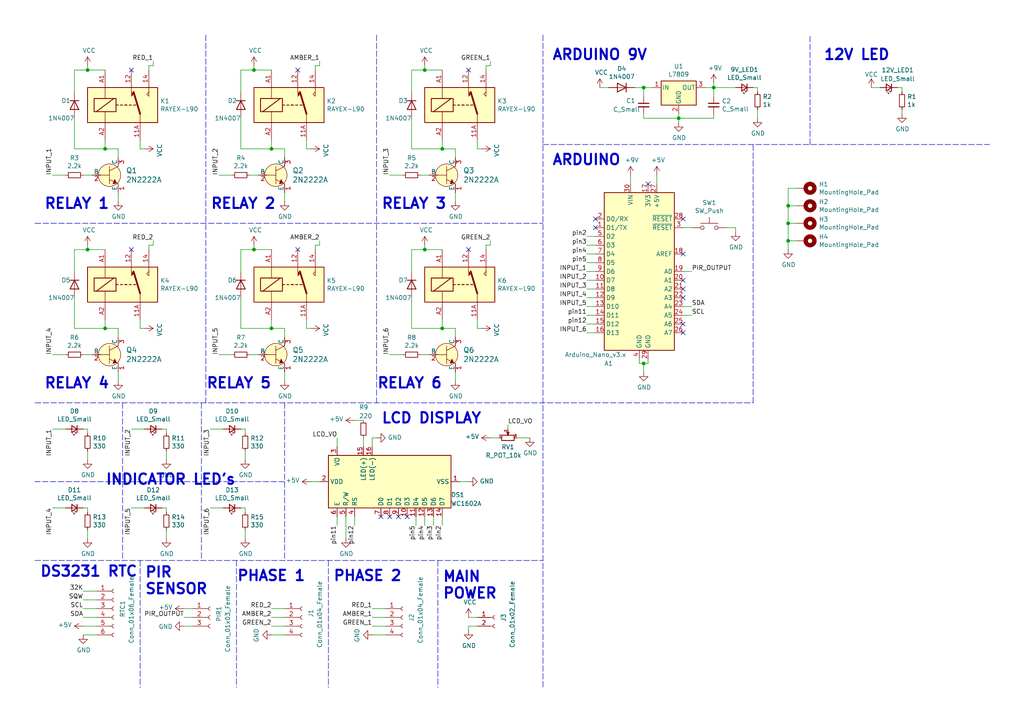
<source format=kicad_sch>
(kicad_sch (version 20211123) (generator eeschema)
  (paper "A4")
  (junction (at 207.01 25.4))
  (junction (at 196.85 34.29))
  (junction (at 228.6 64.77))
  (junction (at 73.66 20.32))
  (junction (at 228.6 69.85))
  (junction (at 30.48 43.18))
  (junction (at 123.19 20.32))
  (junction (at 128.27 43.18))
  (junction (at 228.6 59.69))
  (junction (at 25.4 20.32))
  (junction (at 186.69 105.41))
  (junction (at 25.4 72.39))
  (junction (at 73.66 72.39))
  (junction (at 78.74 43.18))
  (junction (at 186.69 25.4))
  (junction (at 30.48 95.25))
  (junction (at 128.27 95.25))
  (junction (at 78.74 95.25))
  (junction (at 123.19 72.39))
  (no_connect (at 198.12 93.98))
  (no_connect (at 38.1 20.32))
  (no_connect (at 86.36 20.32))
  (no_connect (at 135.89 20.32))
  (no_connect (at 198.12 81.28))
  (no_connect (at 135.89 72.39))
  (no_connect (at 198.12 86.36))
  (no_connect (at 38.1 72.39))
  (no_connect (at 187.96 53.34))
  (no_connect (at 110.49 149.86))
  (no_connect (at 172.72 66.04))
  (no_connect (at 172.72 63.5))
  (no_connect (at 86.36 72.39))
  (no_connect (at 115.57 149.86))
  (no_connect (at 198.12 83.82))
  (no_connect (at 198.12 73.66))
  (no_connect (at 113.03 149.86))
  (no_connect (at 198.12 63.5))
  (no_connect (at 198.12 96.52))
  (no_connect (at 118.11 149.86))
  (wire (pts (xy 24.13 124.46) (xy 25.4 124.46)))
  (wire (pts (xy 78.74 179.07) (xy 82.55 179.07)))
  (polyline (pts (xy 157.48 41.91) (xy 287.02 41.91)))
  (wire (pts (xy 25.4 130.81) (xy 25.4 133.35)))
  (wire (pts (xy 40.64 92.71) (xy 40.64 95.25)))
  (polyline (pts (xy 10.16 162.56) (xy 157.48 162.56)))
  (wire (pts (xy 88.9 95.25) (xy 90.17 95.25)))
  (wire (pts (xy 128.27 149.86) (xy 128.27 152.4)))
  (wire (pts (xy 88.9 40.64) (xy 88.9 43.18)))
  (wire (pts (xy 138.43 181.61) (xy 135.89 181.61)))
  (wire (pts (xy 170.18 81.28) (xy 172.72 81.28)))
  (wire (pts (xy 15.24 124.46) (xy 19.05 124.46)))
  (wire (pts (xy 111.76 184.15) (xy 107.95 184.15)))
  (wire (pts (xy 170.18 83.82) (xy 172.72 83.82)))
  (wire (pts (xy 21.59 20.32) (xy 21.59 26.67)))
  (wire (pts (xy 140.97 72.39) (xy 140.97 71.12)))
  (wire (pts (xy 228.6 64.77) (xy 228.6 69.85)))
  (wire (pts (xy 25.4 124.46) (xy 25.4 125.73)))
  (wire (pts (xy 69.85 86.36) (xy 69.85 95.25)))
  (wire (pts (xy 109.22 127) (xy 107.95 127)))
  (wire (pts (xy 140.97 20.32) (xy 140.97 19.05)))
  (wire (pts (xy 125.73 149.86) (xy 125.73 152.4)))
  (wire (pts (xy 133.35 139.7) (xy 135.89 139.7)))
  (wire (pts (xy 124.46 50.8) (xy 121.92 50.8)))
  (wire (pts (xy 210.82 66.04) (xy 213.36 66.04)))
  (wire (pts (xy 207.01 25.4) (xy 204.47 25.4)))
  (polyline (pts (xy 68.58 162.56) (xy 68.58 199.39)))
  (wire (pts (xy 67.31 102.87) (xy 63.5 102.87)))
  (wire (pts (xy 219.71 31.75) (xy 219.71 34.29)))
  (wire (pts (xy 69.85 147.32) (xy 71.12 147.32)))
  (wire (pts (xy 135.89 181.61) (xy 135.89 182.88)))
  (wire (pts (xy 78.74 176.53) (xy 82.55 176.53)))
  (wire (pts (xy 196.85 35.56) (xy 196.85 34.29)))
  (wire (pts (xy 207.01 24.13) (xy 207.01 25.4)))
  (wire (pts (xy 24.13 171.45) (xy 27.94 171.45)))
  (wire (pts (xy 185.42 105.41) (xy 186.69 105.41)))
  (wire (pts (xy 25.4 19.05) (xy 25.4 20.32)))
  (wire (pts (xy 198.12 88.9) (xy 200.66 88.9)))
  (wire (pts (xy 30.48 40.64) (xy 30.48 43.18)))
  (wire (pts (xy 26.67 50.8) (xy 24.13 50.8)))
  (wire (pts (xy 43.18 20.32) (xy 43.18 19.05)))
  (wire (pts (xy 207.01 27.94) (xy 207.01 25.4)))
  (wire (pts (xy 44.45 69.85) (xy 44.45 71.12)))
  (wire (pts (xy 119.38 43.18) (xy 128.27 43.18)))
  (wire (pts (xy 69.85 34.29) (xy 69.85 43.18)))
  (wire (pts (xy 140.97 19.05) (xy 142.24 19.05)))
  (wire (pts (xy 60.96 147.32) (xy 64.77 147.32)))
  (wire (pts (xy 71.12 153.67) (xy 71.12 156.21)))
  (wire (pts (xy 261.62 31.75) (xy 261.62 33.02)))
  (wire (pts (xy 19.05 102.87) (xy 15.24 102.87)))
  (wire (pts (xy 170.18 76.2) (xy 172.72 76.2)))
  (wire (pts (xy 138.43 40.64) (xy 138.43 43.18)))
  (wire (pts (xy 78.74 95.25) (xy 82.55 95.25)))
  (wire (pts (xy 123.19 19.05) (xy 123.19 20.32)))
  (polyline (pts (xy 82.55 116.84) (xy 82.55 162.56)))
  (wire (pts (xy 231.14 54.61) (xy 228.6 54.61)))
  (wire (pts (xy 170.18 78.74) (xy 172.72 78.74)))
  (wire (pts (xy 48.26 147.32) (xy 48.26 148.59)))
  (wire (pts (xy 48.26 124.46) (xy 48.26 125.73)))
  (wire (pts (xy 149.86 127) (xy 153.67 127)))
  (wire (pts (xy 26.67 102.87) (xy 24.13 102.87)))
  (wire (pts (xy 69.85 72.39) (xy 69.85 78.74)))
  (wire (pts (xy 40.64 40.64) (xy 40.64 43.18)))
  (wire (pts (xy 170.18 68.58) (xy 172.72 68.58)))
  (wire (pts (xy 67.31 50.8) (xy 63.5 50.8)))
  (polyline (pts (xy 40.64 162.56) (xy 40.64 199.39)))
  (wire (pts (xy 231.14 64.77) (xy 228.6 64.77)))
  (polyline (pts (xy 58.42 116.84) (xy 58.42 162.56)))
  (wire (pts (xy 27.94 184.15) (xy 24.13 184.15)))
  (wire (pts (xy 260.35 25.4) (xy 261.62 25.4)))
  (wire (pts (xy 116.84 50.8) (xy 113.03 50.8)))
  (wire (pts (xy 43.18 19.05) (xy 44.45 19.05)))
  (wire (pts (xy 69.85 20.32) (xy 69.85 26.67)))
  (polyline (pts (xy 59.69 10.16) (xy 59.69 116.84)))
  (wire (pts (xy 231.14 59.69) (xy 228.6 59.69)))
  (wire (pts (xy 231.14 69.85) (xy 228.6 69.85)))
  (wire (pts (xy 78.74 92.71) (xy 78.74 95.25)))
  (wire (pts (xy 228.6 69.85) (xy 228.6 72.39)))
  (wire (pts (xy 124.46 102.87) (xy 121.92 102.87)))
  (polyline (pts (xy 35.56 116.84) (xy 35.56 162.56)))
  (wire (pts (xy 78.74 40.64) (xy 78.74 43.18)))
  (wire (pts (xy 170.18 91.44) (xy 172.72 91.44)))
  (wire (pts (xy 25.4 153.67) (xy 25.4 156.21)))
  (polyline (pts (xy 157.48 10.16) (xy 157.48 199.39)))
  (wire (pts (xy 132.08 107.95) (xy 132.08 110.49)))
  (polyline (pts (xy 109.22 10.16) (xy 109.22 116.84)))
  (wire (pts (xy 198.12 66.04) (xy 200.66 66.04)))
  (polyline (pts (xy 218.44 116.84) (xy 218.44 41.91)))
  (wire (pts (xy 25.4 72.39) (xy 30.48 72.39)))
  (wire (pts (xy 34.29 55.88) (xy 34.29 58.42)))
  (wire (pts (xy 41.91 43.18) (xy 40.64 43.18)))
  (wire (pts (xy 27.94 176.53) (xy 24.13 176.53)))
  (wire (pts (xy 71.12 124.46) (xy 71.12 125.73)))
  (wire (pts (xy 123.19 71.12) (xy 123.19 72.39)))
  (wire (pts (xy 27.94 181.61) (xy 24.13 181.61)))
  (wire (pts (xy 82.55 97.79) (xy 82.55 95.25)))
  (wire (pts (xy 107.95 176.53) (xy 111.76 176.53)))
  (wire (pts (xy 147.32 123.19) (xy 147.32 124.46)))
  (wire (pts (xy 60.96 124.46) (xy 64.77 124.46)))
  (wire (pts (xy 142.24 69.85) (xy 142.24 71.12)))
  (wire (pts (xy 105.41 127) (xy 105.41 129.54)))
  (wire (pts (xy 21.59 72.39) (xy 21.59 78.74)))
  (wire (pts (xy 74.93 102.87) (xy 72.39 102.87)))
  (wire (pts (xy 38.1 147.32) (xy 41.91 147.32)))
  (wire (pts (xy 186.69 27.94) (xy 186.69 25.4)))
  (wire (pts (xy 196.85 34.29) (xy 196.85 33.02)))
  (wire (pts (xy 207.01 33.02) (xy 207.01 34.29)))
  (wire (pts (xy 43.18 72.39) (xy 43.18 71.12)))
  (wire (pts (xy 92.71 17.78) (xy 92.71 19.05)))
  (wire (pts (xy 186.69 34.29) (xy 196.85 34.29)))
  (wire (pts (xy 21.59 95.25) (xy 30.48 95.25)))
  (wire (pts (xy 102.87 149.86) (xy 102.87 152.4)))
  (wire (pts (xy 15.24 147.32) (xy 19.05 147.32)))
  (wire (pts (xy 207.01 34.29) (xy 196.85 34.29)))
  (wire (pts (xy 24.13 173.99) (xy 27.94 173.99)))
  (wire (pts (xy 128.27 95.25) (xy 132.08 95.25)))
  (wire (pts (xy 107.95 179.07) (xy 111.76 179.07)))
  (wire (pts (xy 128.27 92.71) (xy 128.27 95.25)))
  (wire (pts (xy 228.6 59.69) (xy 228.6 64.77)))
  (wire (pts (xy 55.88 181.61) (xy 53.34 181.61)))
  (wire (pts (xy 119.38 34.29) (xy 119.38 43.18)))
  (wire (pts (xy 92.71 139.7) (xy 90.17 139.7)))
  (polyline (pts (xy 10.16 116.84) (xy 218.44 116.84)))
  (wire (pts (xy 213.36 25.4) (xy 207.01 25.4)))
  (wire (pts (xy 140.97 71.12) (xy 142.24 71.12)))
  (wire (pts (xy 138.43 92.71) (xy 138.43 95.25)))
  (wire (pts (xy 21.59 34.29) (xy 21.59 43.18)))
  (wire (pts (xy 107.95 127) (xy 107.95 129.54)))
  (wire (pts (xy 46.99 124.46) (xy 48.26 124.46)))
  (wire (pts (xy 78.74 43.18) (xy 82.55 43.18)))
  (wire (pts (xy 21.59 20.32) (xy 25.4 20.32)))
  (wire (pts (xy 116.84 102.87) (xy 113.03 102.87)))
  (wire (pts (xy 170.18 88.9) (xy 172.72 88.9)))
  (wire (pts (xy 73.66 72.39) (xy 69.85 72.39)))
  (wire (pts (xy 170.18 96.52) (xy 172.72 96.52)))
  (wire (pts (xy 73.66 19.05) (xy 73.66 20.32)))
  (wire (pts (xy 123.19 20.32) (xy 119.38 20.32)))
  (wire (pts (xy 142.24 17.78) (xy 142.24 19.05)))
  (wire (pts (xy 69.85 95.25) (xy 78.74 95.25)))
  (wire (pts (xy 34.29 45.72) (xy 34.29 43.18)))
  (wire (pts (xy 142.24 127) (xy 144.78 127)))
  (wire (pts (xy 82.55 107.95) (xy 82.55 110.49)))
  (wire (pts (xy 78.74 72.39) (xy 73.66 72.39)))
  (wire (pts (xy 189.23 25.4) (xy 186.69 25.4)))
  (wire (pts (xy 55.88 179.07) (xy 53.34 179.07)))
  (wire (pts (xy 25.4 71.12) (xy 25.4 72.39)))
  (wire (pts (xy 91.44 71.12) (xy 92.71 71.12)))
  (polyline (pts (xy 127 162.56) (xy 127 199.39)))
  (wire (pts (xy 139.7 43.18) (xy 138.43 43.18)))
  (wire (pts (xy 186.69 33.02) (xy 186.69 34.29)))
  (wire (pts (xy 43.18 71.12) (xy 44.45 71.12)))
  (wire (pts (xy 200.66 78.74) (xy 198.12 78.74)))
  (wire (pts (xy 198.12 91.44) (xy 200.66 91.44)))
  (wire (pts (xy 261.62 25.4) (xy 261.62 26.67)))
  (wire (pts (xy 78.74 20.32) (xy 73.66 20.32)))
  (wire (pts (xy 30.48 95.25) (xy 34.29 95.25)))
  (wire (pts (xy 219.71 25.4) (xy 219.71 26.67)))
  (wire (pts (xy 170.18 71.12) (xy 172.72 71.12)))
  (wire (pts (xy 119.38 20.32) (xy 119.38 26.67)))
  (wire (pts (xy 170.18 86.36) (xy 172.72 86.36)))
  (polyline (pts (xy 10.16 64.77) (xy 157.48 64.77)))
  (wire (pts (xy 30.48 43.18) (xy 34.29 43.18)))
  (wire (pts (xy 186.69 105.41) (xy 187.96 105.41)))
  (wire (pts (xy 185.42 104.14) (xy 185.42 105.41)))
  (wire (pts (xy 34.29 97.79) (xy 34.29 95.25)))
  (wire (pts (xy 88.9 92.71) (xy 88.9 95.25)))
  (wire (pts (xy 90.17 43.18) (xy 88.9 43.18)))
  (wire (pts (xy 170.18 73.66) (xy 172.72 73.66)))
  (wire (pts (xy 107.95 181.61) (xy 111.76 181.61)))
  (wire (pts (xy 19.05 50.8) (xy 15.24 50.8)))
  (wire (pts (xy 132.08 55.88) (xy 132.08 58.42)))
  (wire (pts (xy 48.26 153.67) (xy 48.26 156.21)))
  (wire (pts (xy 190.5 50.8) (xy 190.5 53.34)))
  (wire (pts (xy 44.45 17.78) (xy 44.45 19.05)))
  (wire (pts (xy 38.1 124.46) (xy 41.91 124.46)))
  (wire (pts (xy 132.08 97.79) (xy 132.08 95.25)))
  (wire (pts (xy 128.27 20.32) (xy 123.19 20.32)))
  (wire (pts (xy 48.26 130.81) (xy 48.26 133.35)))
  (wire (pts (xy 218.44 25.4) (xy 219.71 25.4)))
  (wire (pts (xy 128.27 72.39) (xy 123.19 72.39)))
  (wire (pts (xy 213.36 66.04) (xy 213.36 67.31)))
  (wire (pts (xy 119.38 86.36) (xy 119.38 95.25)))
  (wire (pts (xy 24.13 147.32) (xy 25.4 147.32)))
  (wire (pts (xy 25.4 147.32) (xy 25.4 148.59)))
  (wire (pts (xy 132.08 45.72) (xy 132.08 43.18)))
  (wire (pts (xy 21.59 72.39) (xy 25.4 72.39)))
  (wire (pts (xy 91.44 20.32) (xy 91.44 19.05)))
  (wire (pts (xy 186.69 107.95) (xy 186.69 105.41)))
  (wire (pts (xy 139.7 95.25) (xy 138.43 95.25)))
  (wire (pts (xy 186.69 25.4) (xy 184.15 25.4)))
  (wire (pts (xy 97.79 149.86) (xy 97.79 152.4)))
  (wire (pts (xy 91.44 72.39) (xy 91.44 71.12)))
  (wire (pts (xy 73.66 71.12) (xy 73.66 72.39)))
  (wire (pts (xy 173.99 25.4) (xy 176.53 25.4)))
  (wire (pts (xy 128.27 43.18) (xy 132.08 43.18)))
  (wire (pts (xy 69.85 43.18) (xy 78.74 43.18)))
  (wire (pts (xy 41.91 95.25) (xy 40.64 95.25)))
  (wire (pts (xy 71.12 130.81) (xy 71.12 133.35)))
  (wire (pts (xy 123.19 149.86) (xy 123.19 152.4)))
  (polyline (pts (xy 95.25 162.56) (xy 95.25 199.39)))
  (wire (pts (xy 82.55 184.15) (xy 78.74 184.15)))
  (wire (pts (xy 100.33 149.86) (xy 100.33 156.21)))
  (wire (pts (xy 21.59 43.18) (xy 30.48 43.18)))
  (wire (pts (xy 34.29 107.95) (xy 34.29 110.49)))
  (wire (pts (xy 92.71 69.85) (xy 92.71 71.12)))
  (wire (pts (xy 91.44 19.05) (xy 92.71 19.05)))
  (wire (pts (xy 74.93 50.8) (xy 72.39 50.8)))
  (wire (pts (xy 170.18 93.98) (xy 172.72 93.98)))
  (wire (pts (xy 119.38 95.25) (xy 128.27 95.25)))
  (polyline (pts (xy 234.95 41.91) (xy 234.95 10.16)))
  (wire (pts (xy 105.41 121.92) (xy 102.87 121.92)))
  (wire (pts (xy 97.79 127) (xy 97.79 129.54)))
  (wire (pts (xy 187.96 105.41) (xy 187.96 104.14)))
  (wire (pts (xy 27.94 179.07) (xy 24.13 179.07)))
  (polyline (pts (xy 82.55 139.7) (xy 10.16 139.7)))
  (wire (pts (xy 69.85 124.46) (xy 71.12 124.46)))
  (wire (pts (xy 123.19 72.39) (xy 119.38 72.39)))
  (wire (pts (xy 182.88 50.8) (xy 182.88 53.34)))
  (wire (pts (xy 30.48 92.71) (xy 30.48 95.25)))
  (wire (pts (xy 55.88 176.53) (xy 53.34 176.53)))
  (wire (pts (xy 119.38 72.39) (xy 119.38 78.74)))
  (wire (pts (xy 128.27 40.64) (xy 128.27 43.18)))
  (wire (pts (xy 138.43 179.07) (xy 135.89 179.07)))
  (wire (pts (xy 120.65 149.86) (xy 120.65 152.4)))
  (wire (pts (xy 78.74 181.61) (xy 82.55 181.61)))
  (wire (pts (xy 71.12 147.32) (xy 71.12 148.59)))
  (wire (pts (xy 46.99 147.32) (xy 48.26 147.32)))
  (wire (pts (xy 228.6 54.61) (xy 228.6 59.69)))
  (wire (pts (xy 25.4 20.32) (xy 30.48 20.32)))
  (wire (pts (xy 82.55 45.72) (xy 82.55 43.18)))
  (wire (pts (xy 255.27 25.4) (xy 252.73 25.4)))
  (wire (pts (xy 73.66 20.32) (xy 69.85 20.32)))
  (wire (pts (xy 21.59 86.36) (xy 21.59 95.25)))
  (wire (pts (xy 82.55 55.88) (xy 82.55 58.42)))
  (text "RELAY 3" (at 110.49 60.96 0) (effects (font (size 2.9972 2.9972) (thickness 0.5994) bold) (justify left bottom)))
  (text "DS3231 RTC" (at 11.43 167.64 0) (effects (font (size 2.9972 2.9972) (thickness 0.5994) bold) (justify left bottom)))
  (text "12V LED" (at 238.76 17.78 0) (effects (font (size 2.9972 2.9972) (thickness 0.5994) bold) (justify left bottom)))
  (text "RELAY 1" (at 12.7 60.96 0) (effects (font (size 2.9972 2.9972) (thickness 0.5994) bold) (justify left bottom)))
  (text "RELAY 2" (at 60.96 60.96 0) (effects (font (size 2.9972 2.9972) (thickness 0.5994) bold) (justify left bottom)))
  (text "PIR \nSENSOR" (at 41.91 172.72 0) (effects (font (size 2.9972 2.9972) (thickness 0.5994) bold) (justify left bottom)))
  (text "RELAY 6" (at 109.22 113.03 0) (effects (font (size 2.9972 2.9972) (thickness 0.5994) bold) (justify left bottom)))
  (text "RELAY 5" (at 59.69 113.03 0) (effects (font (size 2.9972 2.9972) (thickness 0.5994) bold) (justify left bottom)))
  (text "LCD DISPLAY" (at 110.49 123.19 0) (effects (font (size 2.9972 2.9972) (thickness 0.5994) bold) (justify left bottom)))
  (text "INDICATOR LED's" (at 30.48 140.97 0) (effects (font (size 2.9972 2.9972) (thickness 0.5994) bold) (justify left bottom)))
  (text "PHASE 2" (at 96.52 168.91 0) (effects (font (size 2.9972 2.9972) (thickness 0.5994) bold) (justify left bottom)))
  (text "RELAY 4" (at 12.7 113.03 0) (effects (font (size 2.9972 2.9972) (thickness 0.5994) bold) (justify left bottom)))
  (text "ARDUINO 9V" (at 160.02 17.78 0) (effects (font (size 2.9972 2.9972) (thickness 0.5994) bold) (justify left bottom)))
  (text "PHASE 1" (at 68.58 168.91 0) (effects (font (size 2.9972 2.9972) (thickness 0.5994) bold) (justify left bottom)))
  (text "ARDUINO" (at 160.02 48.26 0) (effects (font (size 2.9972 2.9972) (thickness 0.5994) bold) (justify left bottom)))
  (text "MAIN \nPOWER" (at 128.27 173.99 0) (effects (font (size 2.9972 2.9972) (thickness 0.5994) bold) (justify left bottom)))
  (label "INPUT_5" (at 63.5 102.87 90))
  (label "GREEN_1" (at 142.24 17.78 180))
  (label "RED_1" (at 107.95 176.53 180))
  (label "pin5" (at 170.18 76.2 180))
  (label "AMBER_1" (at 107.95 179.07 180))
  (label "GREEN_2" (at 78.74 181.61 180))
  (label "INPUT_3" (at 113.03 50.8 90))
  (label "INPUT_2" (at 170.18 81.28 180))
  (label "GREEN_1" (at 107.95 181.61 180))
  (label "PIR_OUTPUT" (at 53.34 179.07 180))
  (label "pin4" (at 123.19 152.4 270))
  (label "pin2" (at 128.27 152.4 270))
  (label "AMBER_1" (at 92.71 17.78 180))
  (label "INPUT_6" (at 170.18 96.52 180))
  (label "INPUT_4" (at 15.24 102.87 90))
  (label "SCL" (at 24.13 176.53 180))
  (label "INPUT_4" (at 170.18 86.36 180))
  (label "RED_2" (at 44.45 69.85 180))
  (label "GREEN_2" (at 142.24 69.85 180))
  (label "RED_1" (at 44.45 17.78 180))
  (label "LCD_VO" (at 97.79 127 180))
  (label "INPUT_6" (at 60.96 147.32 270))
  (label "INPUT_1" (at 15.24 124.46 270))
  (label "SQW" (at 24.13 173.99 180))
  (label "32K" (at 24.13 171.45 180))
  (label "PIR_OUTPUT" (at 200.66 78.74 0))
  (label "pin11" (at 170.18 91.44 180))
  (label "SDA" (at 24.13 179.07 180))
  (label "pin3" (at 125.73 152.4 270))
  (label "INPUT_5" (at 170.18 88.9 180))
  (label "pin4" (at 170.18 73.66 180))
  (label "INPUT_4" (at 15.24 147.32 270))
  (label "pin5" (at 120.65 152.4 270))
  (label "INPUT_3" (at 170.18 83.82 180))
  (label "INPUT_3" (at 60.96 124.46 270))
  (label "AMBER_2" (at 78.74 179.07 180))
  (label "INPUT_2" (at 38.1 124.46 270))
  (label "AMBER_2" (at 92.71 69.85 180))
  (label "SCL" (at 200.66 91.44 0))
  (label "INPUT_6" (at 113.03 102.87 90))
  (label "pin12" (at 102.87 152.4 270))
  (label "INPUT_1" (at 170.18 78.74 180))
  (label "LCD_VO" (at 147.32 123.19 0))
  (label "pin12" (at 170.18 93.98 180))
  (label "INPUT_1" (at 15.24 50.8 90))
  (label "INPUT_2" (at 63.5 50.8 90))
  (label "pin3" (at 170.18 71.12 180))
  (label "pin11" (at 97.79 152.4 270))
  (label "RED_2" (at 78.74 176.53 180))
  (label "pin2" (at 170.18 68.58 180))
  (label "INPUT_5" (at 38.1 147.32 270))
  (label "SDA" (at 200.66 88.9 0))
  (symbol (lib_id "Device:R_Small") (at 21.59 50.8 270) (unit 1)
    (property "Reference" "R3" (at 21.59 45.8216 90))
    (property "Value" "2.2k" (at 21.59 48.133 90))
    (property "Footprint" "Resistor_THT:R_Axial_DIN0411_L9.9mm_D3.6mm_P12.70mm_Horizontal" (effects hide))
  )
  (symbol (lib_id "power:GND") (at 34.29 58.42 0) (unit 1)
    (property "Reference" "#PWR013" (effects hide))
    (property "Value" "GND" (at 34.417 62.8142 0))
  )
  (symbol (lib_id "Device:R_Small") (at 69.85 50.8 270) (unit 1)
    (property "Reference" "R4" (at 69.85 45.8216 90))
    (property "Value" "2.2k" (at 69.85 48.133 90))
    (property "Footprint" "Resistor_THT:R_Axial_DIN0411_L9.9mm_D3.6mm_P12.70mm_Horizontal" (effects hide))
  )
  (symbol (lib_id "power:GND") (at 82.55 58.42 0) (unit 1)
    (property "Reference" "#PWR014" (effects hide))
    (property "Value" "GND" (at 82.677 62.8142 0))
  )
  (symbol (lib_id "Device:R_Small") (at 119.38 50.8 270) (unit 1)
    (property "Reference" "R5" (at 119.38 45.8216 90))
    (property "Value" "2.2k" (at 119.38 48.133 90))
    (property "Footprint" "Resistor_THT:R_Axial_DIN0411_L9.9mm_D3.6mm_P12.70mm_Horizontal" (effects hide))
  )
  (symbol (lib_id "power:GND") (at 132.08 58.42 0) (unit 1)
    (property "Reference" "#PWR015" (effects hide))
    (property "Value" "GND" (at 132.207 62.8142 0))
  )
  (symbol (lib_id "Device:R_Small") (at 21.59 102.87 270) (unit 1)
    (property "Reference" "R6" (at 21.59 97.8916 90))
    (property "Value" "2.2k" (at 21.59 100.203 90))
    (property "Footprint" "Resistor_THT:R_Axial_DIN0411_L9.9mm_D3.6mm_P12.70mm_Horizontal" (effects hide))
  )
  (symbol (lib_id "power:GND") (at 34.29 110.49 0) (unit 1)
    (property "Reference" "#PWR025" (effects hide))
    (property "Value" "GND" (at 34.417 114.8842 0))
  )
  (symbol (lib_id "Device:R_Small") (at 69.85 102.87 270) (unit 1)
    (property "Reference" "R7" (at 69.85 97.8916 90))
    (property "Value" "2.2k" (at 69.85 100.203 90))
    (property "Footprint" "Resistor_THT:R_Axial_DIN0411_L9.9mm_D3.6mm_P12.70mm_Horizontal" (effects hide))
  )
  (symbol (lib_id "power:GND") (at 82.55 110.49 0) (unit 1)
    (property "Reference" "#PWR026" (effects hide))
    (property "Value" "GND" (at 82.677 114.8842 0))
  )
  (symbol (lib_id "Diode:1N4007") (at 119.38 82.55 270) (unit 1)
    (property "Reference" "D7" (at 115.57 81.28 90) (effects (justify left)))
    (property "Value" "1N4007" (at 111.76 86.36 90) (effects (justify left)))
    (property "Footprint" "Diode_THT:D_DO-41_SOD81_P10.16mm_Horizontal" (effects hide))
    (property "Datasheet" "http://www.vishay.com/docs/88503/1n4001.pdf" (effects hide))
  )
  (symbol (lib_id "Device:R_Small") (at 119.38 102.87 270) (unit 1)
    (property "Reference" "R8" (at 119.38 97.8916 90))
    (property "Value" "2.2k" (at 119.38 100.203 90))
    (property "Footprint" "Resistor_THT:R_Axial_DIN0411_L9.9mm_D3.6mm_P12.70mm_Horizontal" (effects hide))
  )
  (symbol (lib_id "power:GND") (at 132.08 110.49 0) (unit 1)
    (property "Reference" "#PWR027" (effects hide))
    (property "Value" "GND" (at 132.207 114.8842 0))
  )
  (symbol (lib_id "power:VCC") (at 123.19 71.12 0) (unit 1)
    (property "Reference" "#PWR020" (effects hide))
    (property "Value" "VCC" (at 123.6218 66.7258 0))
  )
  (symbol (lib_id "MCU_Module:Arduino_Nano_v3.x") (at 185.42 78.74 0) (unit 1)
    (property "Reference" "A1" (at 176.53 105.41 0))
    (property "Value" "Arduino_Nano_v3.x" (at 172.72 102.87 0))
    (property "Footprint" "Module:Arduino_Nano" (effects hide))
    (property "Datasheet" "http://www.mouser.com/pdfdocs/Gravitech_Arduino_Nano3_0.pdf" (effects hide))
  )
  (symbol (lib_id "Device:LED_Small") (at 21.59 124.46 180) (unit 1)
    (property "Reference" "D8" (at 21.59 119.253 0))
    (property "Value" "LED_Small" (at 21.59 121.5644 0))
    (property "Footprint" "LED_THT:LED_D5.0mm_Clear" (effects hide))
  )
  (symbol (lib_id "Device:R_Small") (at 25.4 128.27 0) (unit 1)
    (property "Reference" "R10" (at 26.8986 127.1016 0) (effects (justify left)))
    (property "Value" "330" (at 26.8986 129.413 0) (effects (justify left)))
    (property "Footprint" "Resistor_THT:R_Axial_DIN0411_L9.9mm_D3.6mm_P12.70mm_Horizontal" (effects hide))
  )
  (symbol (lib_id "power:GND") (at 25.4 133.35 0) (unit 1)
    (property "Reference" "#PWR033" (effects hide))
    (property "Value" "GND" (at 25.527 137.7442 0))
  )
  (symbol (lib_id "Device:LED_Small") (at 44.45 124.46 180) (unit 1)
    (property "Reference" "D9" (at 44.45 119.253 0))
    (property "Value" "LED_Small" (at 44.45 121.5644 0))
    (property "Footprint" "LED_THT:LED_D5.0mm_Clear" (effects hide))
  )
  (symbol (lib_id "Device:R_Small") (at 48.26 128.27 0) (unit 1)
    (property "Reference" "R11" (at 49.7586 127.1016 0) (effects (justify left)))
    (property "Value" "330" (at 49.7586 129.413 0) (effects (justify left)))
    (property "Footprint" "Resistor_THT:R_Axial_DIN0411_L9.9mm_D3.6mm_P12.70mm_Horizontal" (effects hide))
  )
  (symbol (lib_id "power:GND") (at 48.26 133.35 0) (unit 1)
    (property "Reference" "#PWR034" (effects hide))
    (property "Value" "GND" (at 48.387 137.7442 0))
  )
  (symbol (lib_id "Device:LED_Small") (at 67.31 124.46 180) (unit 1)
    (property "Reference" "D10" (at 67.31 119.253 0))
    (property "Value" "LED_Small" (at 67.31 121.5644 0))
    (property "Footprint" "LED_THT:LED_D5.0mm_Clear" (effects hide))
  )
  (symbol (lib_id "Device:R_Small") (at 71.12 128.27 0) (unit 1)
    (property "Reference" "R12" (at 72.6186 127.1016 0) (effects (justify left)))
    (property "Value" "330" (at 72.6186 129.413 0) (effects (justify left)))
    (property "Footprint" "Resistor_THT:R_Axial_DIN0411_L9.9mm_D3.6mm_P12.70mm_Horizontal" (effects hide))
  )
  (symbol (lib_id "power:GND") (at 71.12 133.35 0) (unit 1)
    (property "Reference" "#PWR035" (effects hide))
    (property "Value" "GND" (at 71.247 137.7442 0))
  )
  (symbol (lib_id "Device:LED_Small") (at 67.31 147.32 180) (unit 1)
    (property "Reference" "D13" (at 67.31 142.113 0))
    (property "Value" "LED_Small" (at 67.31 144.4244 0))
    (property "Footprint" "LED_THT:LED_D5.0mm_Clear" (effects hide))
  )
  (symbol (lib_id "Device:R_Small") (at 71.12 151.13 0) (unit 1)
    (property "Reference" "R15" (at 72.6186 149.9616 0) (effects (justify left)))
    (property "Value" "330" (at 72.6186 152.273 0) (effects (justify left)))
    (property "Footprint" "Resistor_THT:R_Axial_DIN0411_L9.9mm_D3.6mm_P12.70mm_Horizontal" (effects hide))
  )
  (symbol (lib_id "power:GND") (at 71.12 156.21 0) (unit 1)
    (property "Reference" "#PWR040" (effects hide))
    (property "Value" "GND" (at 71.247 160.6042 0))
  )
  (symbol (lib_id "Device:LED_Small") (at 21.59 147.32 180) (unit 1)
    (property "Reference" "D11" (at 21.59 142.113 0))
    (property "Value" "LED_Small" (at 21.59 144.4244 0))
    (property "Footprint" "LED_THT:LED_D5.0mm_Clear" (effects hide))
  )
  (symbol (lib_id "Device:R_Small") (at 25.4 151.13 0) (unit 1)
    (property "Reference" "R13" (at 26.8986 149.9616 0) (effects (justify left)))
    (property "Value" "330" (at 26.8986 152.273 0) (effects (justify left)))
    (property "Footprint" "Resistor_THT:R_Axial_DIN0411_L9.9mm_D3.6mm_P12.70mm_Horizontal" (effects hide))
  )
  (symbol (lib_id "power:GND") (at 25.4 156.21 0) (unit 1)
    (property "Reference" "#PWR038" (effects hide))
    (property "Value" "GND" (at 25.527 160.6042 0))
  )
  (symbol (lib_id "Device:LED_Small") (at 44.45 147.32 180) (unit 1)
    (property "Reference" "D12" (at 44.45 142.113 0))
    (property "Value" "LED_Small" (at 44.45 144.4244 0))
    (property "Footprint" "LED_THT:LED_D5.0mm_Clear" (effects hide))
  )
  (symbol (lib_id "Device:R_Small") (at 48.26 151.13 0) (unit 1)
    (property "Reference" "R14" (at 49.7586 149.9616 0) (effects (justify left)))
    (property "Value" "330" (at 49.7586 152.273 0) (effects (justify left)))
    (property "Footprint" "Resistor_THT:R_Axial_DIN0411_L9.9mm_D3.6mm_P12.70mm_Horizontal" (effects hide))
  )
  (symbol (lib_id "power:GND") (at 48.26 156.21 0) (unit 1)
    (property "Reference" "#PWR039" (effects hide))
    (property "Value" "GND" (at 48.387 160.6042 0))
  )
  (symbol (lib_id "Connector:Conn_01x04_Female") (at 116.84 179.07 0) (unit 1)
    (property "Reference" "J2" (at 119.38 180.34 90) (effects (justify left)))
    (property "Value" "Conn_01x04_Female" (at 121.92 186.69 90) (effects (justify left)))
    (property "Footprint" "TerminalBlock_Phoenix:TerminalBlock_Phoenix_MKDS-3-4-5.08_1x04_P5.08mm_Horizontal" (effects hide))
  )
  (symbol (lib_id "Connector:Conn_01x04_Female") (at 87.63 179.07 0) (unit 1)
    (property "Reference" "J1" (at 90.17 179.07 90) (effects (justify left)))
    (property "Value" "Conn_01x04_Female" (at 92.71 187.96 90) (effects (justify left)))
    (property "Footprint" "TerminalBlock_Phoenix:TerminalBlock_Phoenix_MKDS-3-4-5.08_1x04_P5.08mm_Horizontal" (effects hide))
  )
  (symbol (lib_id "Connector:Conn_01x03_Female") (at 60.96 179.07 0) (unit 1)
    (property "Reference" "PIR1" (at 63.5 180.34 90) (effects (justify left)))
    (property "Value" "Conn_01x03_Female" (at 66.04 189.23 90) (effects (justify left)))
    (property "Footprint" "Connector_PinSocket_2.54mm:PinSocket_1x03_P2.54mm_Horizontal" (effects hide))
  )
  (symbol (lib_id "Display_Character:WC1602A") (at 113.03 139.7 90) (unit 1)
    (property "Reference" "DS1" (at 130.81 143.51 90) (effects (justify right)))
    (property "Value" "WC1602A" (at 130.81 146.05 90) (effects (justify right)))
    (property "Footprint" "Display:WC1602A" (effects hide))
    (property "Datasheet" "http://www.wincomlcd.com/pdf/WC1602A-SFYLYHTC06.pdf" (effects hide))
  )
  (symbol (lib_id "Connector:Conn_01x02_Female") (at 143.51 179.07 0) (unit 1)
    (property "Reference" "J3" (at 146.05 180.34 90) (effects (justify left)))
    (property "Value" "Conn_01x02_Female" (at 148.59 187.96 90) (effects (justify left)))
    (property "Footprint" "TerminalBlock_Phoenix:TerminalBlock_Phoenix_MKDS-3-2-5.08_1x02_P5.08mm_Horizontal" (effects hide))
  )
  (symbol (lib_id "power:VCC") (at 135.89 179.07 0) (unit 1)
    (property "Reference" "#PWR043" (effects hide))
    (property "Value" "VCC" (at 136.3218 174.6758 0))
  )
  (symbol (lib_id "power:GND") (at 135.89 182.88 0) (unit 1)
    (property "Reference" "#PWR046" (effects hide))
    (property "Value" "GND" (at 136.017 187.2742 0))
  )
  (symbol (lib_id "Relay:RAYEX-L90") (at 35.56 82.55 0) (unit 1)
    (property "Reference" "K4" (at 46.482 81.3816 0) (effects (justify left)))
    (property "Value" "RAYEX-L90" (at 46.482 83.693 0) (effects (justify left)))
    (property "Footprint" "Relay_THT:Relay_SPDT_RAYEX-L90" (effects hide))
    (property "Datasheet" "https://a3.sofastcdn.com/attachment/7jioKBjnRiiSrjrjknRiwS77gwbf3zmp/L90-SERIES.pdf" (effects hide))
  )
  (symbol (lib_id "TRFC_LGHT-rescue:R_POT_Small-Device") (at 147.32 127 90) (unit 1)
    (property "Reference" "RV1" (at 147.32 129.667 90))
    (property "Value" "R_POT_10k" (at 146.05 132.08 90))
    (property "Footprint" "Potentiometer_THT:Potentiometer_Runtron_RM-065_Vertical" (effects hide))
  )
  (symbol (lib_id "power:+5V") (at 190.5 50.8 0) (unit 1)
    (property "Reference" "#PWR023" (effects hide))
    (property "Value" "+5V" (at 190.881 46.4058 0))
  )
  (symbol (lib_id "power:+5V") (at 90.17 139.7 90) (unit 1)
    (property "Reference" "#PWR036" (effects hide))
    (property "Value" "+5V" (at 86.9188 139.319 90) (effects (justify left)))
  )
  (symbol (lib_id "power:+5V") (at 142.24 127 90) (unit 1)
    (property "Reference" "#PWR030" (effects hide))
    (property "Value" "+5V" (at 138.9888 126.619 90) (effects (justify left)))
  )
  (symbol (lib_id "power:GND") (at 153.67 127 0) (unit 1)
    (property "Reference" "#PWR031" (effects hide))
    (property "Value" "GND" (at 153.797 131.3942 0))
  )
  (symbol (lib_id "power:GND") (at 109.22 127 90) (unit 1)
    (property "Reference" "#PWR029" (effects hide))
    (property "Value" "GND" (at 112.4712 126.873 90) (effects (justify right)))
  )
  (symbol (lib_id "power:+5V") (at 102.87 121.92 90) (unit 1)
    (property "Reference" "#PWR028" (effects hide))
    (property "Value" "+5V" (at 99.6188 121.539 90) (effects (justify left)))
  )
  (symbol (lib_id "power:GND") (at 135.89 139.7 90) (unit 1)
    (property "Reference" "#PWR037" (effects hide))
    (property "Value" "GND" (at 139.1412 139.573 90) (effects (justify right)))
  )
  (symbol (lib_id "power:GND") (at 100.33 156.21 0) (unit 1)
    (property "Reference" "#PWR041" (effects hide))
    (property "Value" "GND" (at 100.457 160.6042 0))
  )
  (symbol (lib_id "Device:R_Small") (at 105.41 124.46 180) (unit 1)
    (property "Reference" "R9" (at 104.14 118.11 0) (effects (justify right)))
    (property "Value" "220" (at 104.14 120.65 0) (effects (justify right)))
    (property "Footprint" "Resistor_THT:R_Axial_DIN0411_L9.9mm_D3.6mm_P12.70mm_Horizontal" (effects hide))
  )
  (symbol (lib_id "power:VCC") (at 73.66 71.12 0) (unit 1)
    (property "Reference" "#PWR018" (effects hide))
    (property "Value" "VCC" (at 74.0918 66.7258 0))
  )
  (symbol (lib_id "Diode:1N4007") (at 69.85 82.55 270) (unit 1)
    (property "Reference" "D6" (at 66.04 81.28 90) (effects (justify left)))
    (property "Value" "1N4007" (at 62.23 86.36 90) (effects (justify left)))
    (property "Footprint" "Diode_THT:D_DO-41_SOD81_P10.16mm_Horizontal" (effects hide))
    (property "Datasheet" "http://www.vishay.com/docs/88503/1n4001.pdf" (effects hide))
  )
  (symbol (lib_id "power:VCC") (at 25.4 71.12 0) (unit 1)
    (property "Reference" "#PWR016" (effects hide))
    (property "Value" "VCC" (at 25.8318 66.7258 0))
  )
  (symbol (lib_id "Diode:1N4007") (at 21.59 82.55 270) (unit 1)
    (property "Reference" "D5" (at 17.78 81.28 90) (effects (justify left)))
    (property "Value" "1N4007" (at 13.97 86.36 90) (effects (justify left)))
    (property "Footprint" "Diode_THT:D_DO-41_SOD81_P10.16mm_Horizontal" (effects hide))
    (property "Datasheet" "http://www.vishay.com/docs/88503/1n4001.pdf" (effects hide))
  )
  (symbol (lib_id "Regulator_Linear:L7809") (at 196.85 25.4 0) (unit 1)
    (property "Reference" "U1" (at 196.85 19.2532 0))
    (property "Value" "L7809" (at 196.85 21.5646 0))
    (property "Footprint" "Package_TO_SOT_THT:TO-220-3_Vertical" (effects hide))
    (property "Datasheet" "http://www.st.com/content/ccc/resource/technical/document/datasheet/41/4f/b3/b0/12/d4/47/88/CD00000444.pdf/files/CD00000444.pdf/jcr:content/translations/en.CD00000444.pdf" (effects hide))
  )
  (symbol (lib_id "Device:C_Small") (at 186.69 30.48 0) (unit 1)
    (property "Reference" "C1" (at 181.61 29.21 0) (effects (justify left)))
    (property "Value" "C_Small" (at 177.8 31.75 0) (effects (justify left)))
    (property "Footprint" "Capacitor_THT:C_Radial_D8.0mm_H11.5mm_P3.50mm" (effects hide))
  )
  (symbol (lib_id "Device:C_Small") (at 207.01 30.48 0) (unit 1)
    (property "Reference" "C2" (at 209.3468 29.3116 0) (effects (justify left)))
    (property "Value" "C_Small" (at 209.3468 31.623 0) (effects (justify left)))
    (property "Footprint" "Capacitor_THT:C_Radial_D8.0mm_H11.5mm_P3.50mm" (effects hide))
  )
  (symbol (lib_id "Diode:1N4007") (at 180.34 25.4 180) (unit 1)
    (property "Reference" "D4" (at 180.34 19.9136 0))
    (property "Value" "1N4007" (at 180.34 22.225 0))
    (property "Footprint" "Diode_THT:D_DO-41_SOD81_P10.16mm_Horizontal" (effects hide))
    (property "Datasheet" "http://www.vishay.com/docs/88503/1n4001.pdf" (effects hide))
  )
  (symbol (lib_id "power:+9V") (at 207.01 24.13 0) (unit 1)
    (property "Reference" "#PWR08" (effects hide))
    (property "Value" "+9V" (at 207.391 19.7358 0))
  )
  (symbol (lib_id "power:GND") (at 196.85 35.56 0) (unit 1)
    (property "Reference" "#PWR012" (effects hide))
    (property "Value" "GND" (at 196.977 39.9542 0))
  )
  (symbol (lib_id "power:VCC") (at 173.99 25.4 0) (unit 1)
    (property "Reference" "#PWR09" (effects hide))
    (property "Value" "VCC" (at 174.4218 21.0058 0))
  )
  (symbol (lib_id "power:VCC") (at 25.4 19.05 0) (unit 1)
    (property "Reference" "#PWR01" (effects hide))
    (property "Value" "VCC" (at 25.8318 14.6558 0))
  )
  (symbol (lib_id "Diode:1N4007") (at 21.59 30.48 270) (unit 1)
    (property "Reference" "D1" (at 17.78 29.21 90) (effects (justify left)))
    (property "Value" "1N4007" (at 13.97 34.29 90) (effects (justify left)))
    (property "Footprint" "Diode_THT:D_DO-41_SOD81_P10.16mm_Horizontal" (effects hide))
    (property "Datasheet" "http://www.vishay.com/docs/88503/1n4001.pdf" (effects hide))
  )
  (symbol (lib_id "power:GND") (at 186.69 107.95 0) (unit 1)
    (property "Reference" "#PWR032" (effects hide))
    (property "Value" "GND" (at 186.817 112.3442 0))
  )
  (symbol (lib_id "power:VCC") (at 73.66 19.05 0) (unit 1)
    (property "Reference" "#PWR03" (effects hide))
    (property "Value" "VCC" (at 74.0918 14.6558 0))
  )
  (symbol (lib_id "Diode:1N4007") (at 69.85 30.48 270) (unit 1)
    (property "Reference" "D2" (at 66.04 29.21 90) (effects (justify left)))
    (property "Value" "1N4007" (at 62.23 34.29 90) (effects (justify left)))
    (property "Footprint" "Diode_THT:D_DO-41_SOD81_P10.16mm_Horizontal" (effects hide))
    (property "Datasheet" "http://www.vishay.com/docs/88503/1n4001.pdf" (effects hide))
  )
  (symbol (lib_id "power:VCC") (at 123.19 19.05 0) (unit 1)
    (property "Reference" "#PWR05" (effects hide))
    (property "Value" "VCC" (at 123.6218 14.6558 0))
  )
  (symbol (lib_id "Diode:1N4007") (at 119.38 30.48 270) (unit 1)
    (property "Reference" "D3" (at 115.57 29.21 90) (effects (justify left)))
    (property "Value" "1N4007" (at 111.76 34.29 90) (effects (justify left)))
    (property "Footprint" "Diode_THT:D_DO-41_SOD81_P10.16mm_Horizontal" (effects hide))
    (property "Datasheet" "http://www.vishay.com/docs/88503/1n4001.pdf" (effects hide))
  )
  (symbol (lib_id "TRFC_LGHT-rescue:2N2222A-dk_Transistors-Bipolar-BJT-Single") (at 31.75 50.8 0) (unit 1)
    (property "Reference" "Q1" (at 36.5252 49.4538 0) (effects (font (size 1.524 1.524)) (justify left)))
    (property "Value" "2N2222A" (at 36.5252 52.1462 0) (effects (font (size 1.524 1.524)) (justify left)))
    (property "Footprint" "digikey-footprints:TO-18-3" (effects hide))
    (property "Datasheet" "https://my.centralsemi.com/get_document.php?cmp=1&mergetype=pd&mergepath=pd&pdf_id=2N2221A.PDF" (effects hide))
    (property "Digi-Key_PN" "2N2222ACS-ND" (effects hide))
    (property "MPN" "2N2222A" (effects hide))
    (property "Category" "Discrete Semiconductor Products" (effects hide))
    (property "Family" "Transistors - Bipolar (BJT) - Single" (effects hide))
    (property "DK_Datasheet_Link" "https://my.centralsemi.com/get_document.php?cmp=1&mergetype=pd&mergepath=pd&pdf_id=2N2221A.PDF" (effects hide))
    (property "DK_Detail_Page" "/product-detail/en/central-semiconductor-corp/2N2222A/2N2222ACS-ND/4806845" (effects hide))
    (property "Description" "TRANS NPN 40V 0.8A TO-18" (effects hide))
    (property "Manufacturer" "Central Semiconductor Corp" (effects hide))
    (property "Status" "Active" (effects hide))
  )
  (symbol (lib_id "TRFC_LGHT-rescue:2N2222A-dk_Transistors-Bipolar-BJT-Single") (at 80.01 50.8 0) (unit 1)
    (property "Reference" "Q2" (at 84.7852 49.4538 0) (effects (font (size 1.524 1.524)) (justify left)))
    (property "Value" "2N2222A" (at 84.7852 52.1462 0) (effects (font (size 1.524 1.524)) (justify left)))
    (property "Footprint" "digikey-footprints:TO-18-3" (effects hide))
    (property "Datasheet" "https://my.centralsemi.com/get_document.php?cmp=1&mergetype=pd&mergepath=pd&pdf_id=2N2221A.PDF" (effects hide))
    (property "Digi-Key_PN" "2N2222ACS-ND" (effects hide))
    (property "MPN" "2N2222A" (effects hide))
    (property "Category" "Discrete Semiconductor Products" (effects hide))
    (property "Family" "Transistors - Bipolar (BJT) - Single" (effects hide))
    (property "DK_Datasheet_Link" "https://my.centralsemi.com/get_document.php?cmp=1&mergetype=pd&mergepath=pd&pdf_id=2N2221A.PDF" (effects hide))
    (property "DK_Detail_Page" "/product-detail/en/central-semiconductor-corp/2N2222A/2N2222ACS-ND/4806845" (effects hide))
    (property "Description" "TRANS NPN 40V 0.8A TO-18" (effects hide))
    (property "Manufacturer" "Central Semiconductor Corp" (effects hide))
    (property "Status" "Active" (effects hide))
  )
  (symbol (lib_id "TRFC_LGHT-rescue:2N2222A-dk_Transistors-Bipolar-BJT-Single") (at 129.54 50.8 0) (unit 1)
    (property "Reference" "Q3" (at 134.3152 49.4538 0) (effects (font (size 1.524 1.524)) (justify left)))
    (property "Value" "2N2222A" (at 134.3152 52.1462 0) (effects (font (size 1.524 1.524)) (justify left)))
    (property "Footprint" "digikey-footprints:TO-18-3" (effects hide))
    (property "Datasheet" "https://my.centralsemi.com/get_document.php?cmp=1&mergetype=pd&mergepath=pd&pdf_id=2N2221A.PDF" (effects hide))
    (property "Digi-Key_PN" "2N2222ACS-ND" (effects hide))
    (property "MPN" "2N2222A" (effects hide))
    (property "Category" "Discrete Semiconductor Products" (effects hide))
    (property "Family" "Transistors - Bipolar (BJT) - Single" (effects hide))
    (property "DK_Datasheet_Link" "https://my.centralsemi.com/get_document.php?cmp=1&mergetype=pd&mergepath=pd&pdf_id=2N2221A.PDF" (effects hide))
    (property "DK_Detail_Page" "/product-detail/en/central-semiconductor-corp/2N2222A/2N2222ACS-ND/4806845" (effects hide))
    (property "Description" "TRANS NPN 40V 0.8A TO-18" (effects hide))
    (property "Manufacturer" "Central Semiconductor Corp" (effects hide))
    (property "Status" "Active" (effects hide))
  )
  (symbol (lib_id "TRFC_LGHT-rescue:2N2222A-dk_Transistors-Bipolar-BJT-Single") (at 129.54 102.87 0) (unit 1)
    (property "Reference" "Q6" (at 134.3152 101.5238 0) (effects (font (size 1.524 1.524)) (justify left)))
    (property "Value" "2N2222A" (at 134.3152 104.2162 0) (effects (font (size 1.524 1.524)) (justify left)))
    (property "Footprint" "digikey-footprints:TO-18-3" (effects hide))
    (property "Datasheet" "https://my.centralsemi.com/get_document.php?cmp=1&mergetype=pd&mergepath=pd&pdf_id=2N2221A.PDF" (effects hide))
    (property "Digi-Key_PN" "2N2222ACS-ND" (effects hide))
    (property "MPN" "2N2222A" (effects hide))
    (property "Category" "Discrete Semiconductor Products" (effects hide))
    (property "Family" "Transistors - Bipolar (BJT) - Single" (effects hide))
    (property "DK_Datasheet_Link" "https://my.centralsemi.com/get_document.php?cmp=1&mergetype=pd&mergepath=pd&pdf_id=2N2221A.PDF" (effects hide))
    (property "DK_Detail_Page" "/product-detail/en/central-semiconductor-corp/2N2222A/2N2222ACS-ND/4806845" (effects hide))
    (property "Description" "TRANS NPN 40V 0.8A TO-18" (effects hide))
    (property "Manufacturer" "Central Semiconductor Corp" (effects hide))
    (property "Status" "Active" (effects hide))
  )
  (symbol (lib_id "TRFC_LGHT-rescue:2N2222A-dk_Transistors-Bipolar-BJT-Single") (at 80.01 102.87 0) (unit 1)
    (property "Reference" "Q5" (at 84.7852 101.5238 0) (effects (font (size 1.524 1.524)) (justify left)))
    (property "Value" "2N2222A" (at 84.7852 104.2162 0) (effects (font (size 1.524 1.524)) (justify left)))
    (property "Footprint" "digikey-footprints:TO-18-3" (effects hide))
    (property "Datasheet" "https://my.centralsemi.com/get_document.php?cmp=1&mergetype=pd&mergepath=pd&pdf_id=2N2221A.PDF" (effects hide))
    (property "Digi-Key_PN" "2N2222ACS-ND" (effects hide))
    (property "MPN" "2N2222A" (effects hide))
    (property "Category" "Discrete Semiconductor Products" (effects hide))
    (property "Family" "Transistors - Bipolar (BJT) - Single" (effects hide))
    (property "DK_Datasheet_Link" "https://my.centralsemi.com/get_document.php?cmp=1&mergetype=pd&mergepath=pd&pdf_id=2N2221A.PDF" (effects hide))
    (property "DK_Detail_Page" "/product-detail/en/central-semiconductor-corp/2N2222A/2N2222ACS-ND/4806845" (effects hide))
    (property "Description" "TRANS NPN 40V 0.8A TO-18" (effects hide))
    (property "Manufacturer" "Central Semiconductor Corp" (effects hide))
    (property "Status" "Active" (effects hide))
  )
  (symbol (lib_id "TRFC_LGHT-rescue:2N2222A-dk_Transistors-Bipolar-BJT-Single") (at 31.75 102.87 0) (unit 1)
    (property "Reference" "Q4" (at 36.5252 101.5238 0) (effects (font (size 1.524 1.524)) (justify left)))
    (property "Value" "2N2222A" (at 36.5252 104.2162 0) (effects (font (size 1.524 1.524)) (justify left)))
    (property "Footprint" "digikey-footprints:TO-18-3" (effects hide))
    (property "Datasheet" "https://my.centralsemi.com/get_document.php?cmp=1&mergetype=pd&mergepath=pd&pdf_id=2N2221A.PDF" (effects hide))
    (property "Digi-Key_PN" "2N2222ACS-ND" (effects hide))
    (property "MPN" "2N2222A" (effects hide))
    (property "Category" "Discrete Semiconductor Products" (effects hide))
    (property "Family" "Transistors - Bipolar (BJT) - Single" (effects hide))
    (property "DK_Datasheet_Link" "https://my.centralsemi.com/get_document.php?cmp=1&mergetype=pd&mergepath=pd&pdf_id=2N2221A.PDF" (effects hide))
    (property "DK_Detail_Page" "/product-detail/en/central-semiconductor-corp/2N2222A/2N2222ACS-ND/4806845" (effects hide))
    (property "Description" "TRANS NPN 40V 0.8A TO-18" (effects hide))
    (property "Manufacturer" "Central Semiconductor Corp" (effects hide))
    (property "Status" "Active" (effects hide))
  )
  (symbol (lib_id "power:+9V") (at 182.88 50.8 0) (unit 1)
    (property "Reference" "#PWR022" (effects hide))
    (property "Value" "+9V" (at 183.261 46.4058 0))
  )
  (symbol (lib_id "Relay:RAYEX-L90") (at 35.56 30.48 0) (unit 1)
    (property "Reference" "K1" (at 46.482 29.3116 0) (effects (justify left)))
    (property "Value" "RAYEX-L90" (at 46.482 31.623 0) (effects (justify left)))
    (property "Footprint" "Relay_THT:Relay_SPDT_RAYEX-L90" (effects hide))
    (property "Datasheet" "https://a3.sofastcdn.com/attachment/7jioKBjnRiiSrjrjknRiwS77gwbf3zmp/L90-SERIES.pdf" (effects hide))
  )
  (symbol (lib_id "Relay:RAYEX-L90") (at 83.82 30.48 0) (unit 1)
    (property "Reference" "K2" (at 94.742 29.3116 0) (effects (justify left)))
    (property "Value" "RAYEX-L90" (at 94.742 31.623 0) (effects (justify left)))
    (property "Footprint" "Relay_THT:Relay_SPDT_RAYEX-L90" (effects hide))
    (property "Datasheet" "https://a3.sofastcdn.com/attachment/7jioKBjnRiiSrjrjknRiwS77gwbf3zmp/L90-SERIES.pdf" (effects hide))
  )
  (symbol (lib_id "Relay:RAYEX-L90") (at 133.35 30.48 0) (unit 1)
    (property "Reference" "K3" (at 144.272 29.3116 0) (effects (justify left)))
    (property "Value" "RAYEX-L90" (at 144.272 31.623 0) (effects (justify left)))
    (property "Footprint" "Relay_THT:Relay_SPDT_RAYEX-L90" (effects hide))
    (property "Datasheet" "https://a3.sofastcdn.com/attachment/7jioKBjnRiiSrjrjknRiwS77gwbf3zmp/L90-SERIES.pdf" (effects hide))
  )
  (symbol (lib_id "Relay:RAYEX-L90") (at 133.35 82.55 0) (unit 1)
    (property "Reference" "K6" (at 144.272 81.3816 0) (effects (justify left)))
    (property "Value" "RAYEX-L90" (at 144.272 83.693 0) (effects (justify left)))
    (property "Footprint" "Relay_THT:Relay_SPDT_RAYEX-L90" (effects hide))
    (property "Datasheet" "https://a3.sofastcdn.com/attachment/7jioKBjnRiiSrjrjknRiwS77gwbf3zmp/L90-SERIES.pdf" (effects hide))
  )
  (symbol (lib_id "Relay:RAYEX-L90") (at 83.82 82.55 0) (unit 1)
    (property "Reference" "K5" (at 94.742 81.3816 0) (effects (justify left)))
    (property "Value" "RAYEX-L90" (at 94.742 83.693 0) (effects (justify left)))
    (property "Footprint" "Relay_THT:Relay_SPDT_RAYEX-L90" (effects hide))
    (property "Datasheet" "https://a3.sofastcdn.com/attachment/7jioKBjnRiiSrjrjknRiwS77gwbf3zmp/L90-SERIES.pdf" (effects hide))
  )
  (symbol (lib_id "Device:LED_Small") (at 215.9 25.4 180) (unit 1)
    (property "Reference" "9V_LED1" (at 215.9 20.193 0))
    (property "Value" "LED_Small" (at 215.9 22.5044 0))
    (property "Footprint" "LED_THT:LED_D5.0mm_Clear" (effects hide))
  )
  (symbol (lib_id "Device:R_Small") (at 219.71 29.21 0) (unit 1)
    (property "Reference" "R2" (at 221.2086 28.0416 0) (effects (justify left)))
    (property "Value" "1k" (at 221.2086 30.353 0) (effects (justify left)))
    (property "Footprint" "Resistor_THT:R_Axial_DIN0411_L9.9mm_D3.6mm_P12.70mm_Horizontal" (effects hide))
  )
  (symbol (lib_id "power:GND") (at 219.71 34.29 0) (unit 1)
    (property "Reference" "#PWR011" (effects hide))
    (property "Value" "GND" (at 219.837 38.6842 0))
  )
  (symbol (lib_id "power:VCC") (at 41.91 43.18 270) (unit 1)
    (property "Reference" "#PWR0101" (effects hide))
    (property "Value" "VCC" (at 46.3042 43.6118 0))
  )
  (symbol (lib_id "power:VCC") (at 90.17 43.18 270) (unit 1)
    (property "Reference" "#PWR0102" (effects hide))
    (property "Value" "VCC" (at 94.5642 43.6118 0))
  )
  (symbol (lib_id "power:VCC") (at 139.7 43.18 270) (unit 1)
    (property "Reference" "#PWR0103" (effects hide))
    (property "Value" "VCC" (at 144.0942 43.6118 0))
  )
  (symbol (lib_id "power:VCC") (at 139.7 95.25 270) (unit 1)
    (property "Reference" "#PWR0104" (effects hide))
    (property "Value" "VCC" (at 144.0942 95.6818 0))
  )
  (symbol (lib_id "power:VCC") (at 90.17 95.25 270) (unit 1)
    (property "Reference" "#PWR0105" (effects hide))
    (property "Value" "VCC" (at 94.5642 95.6818 0))
  )
  (symbol (lib_id "power:VCC") (at 41.91 95.25 270) (unit 1)
    (property "Reference" "#PWR0106" (effects hide))
    (property "Value" "VCC" (at 46.3042 95.6818 0))
  )
  (symbol (lib_id "Connector:Conn_01x06_Female") (at 33.02 176.53 0) (unit 1)
    (property "Reference" "RTC1" (at 35.56 179.07 90) (effects (justify left)))
    (property "Value" "Conn_01x06_Female" (at 38.1 186.69 90) (effects (justify left)))
    (property "Footprint" "Connector_PinSocket_2.54mm:PinSocket_1x06_P2.54mm_Vertical" (effects hide))
  )
  (symbol (lib_id "power:+5V") (at 24.13 181.61 90) (unit 1)
    (property "Reference" "#PWR044" (effects hide))
    (property "Value" "+5V" (at 20.8788 181.229 90) (effects (justify left)))
  )
  (symbol (lib_id "power:GND") (at 24.13 184.15 0) (unit 1)
    (property "Reference" "#PWR047" (effects hide))
    (property "Value" "GND" (at 24.257 188.5442 0))
  )
  (symbol (lib_id "power:+5V") (at 53.34 176.53 90) (unit 1)
    (property "Reference" "#PWR042" (effects hide))
    (property "Value" "+5V" (at 50.0888 176.149 90) (effects (justify left)))
  )
  (symbol (lib_id "power:GND") (at 53.34 181.61 270) (unit 1)
    (property "Reference" "#PWR045" (effects hide))
    (property "Value" "GND" (at 50.0888 181.737 90) (effects (justify right)))
  )
  (symbol (lib_id "Device:LED_Small") (at 257.81 25.4 180) (unit 1)
    (property "Reference" "12V_LED1" (at 260.35 20.32 0))
    (property "Value" "LED_Small" (at 260.35 22.86 0))
    (property "Footprint" "LED_THT:LED_D5.0mm_Clear" (effects hide))
  )
  (symbol (lib_id "Device:R_Small") (at 261.62 29.21 0) (unit 1)
    (property "Reference" "R1" (at 263.1186 28.0416 0) (effects (justify left)))
    (property "Value" "1k" (at 263.1186 30.353 0) (effects (justify left)))
    (property "Footprint" "Resistor_THT:R_Axial_DIN0411_L9.9mm_D3.6mm_P12.70mm_Horizontal" (effects hide))
  )
  (symbol (lib_id "power:GND") (at 261.62 33.02 0) (unit 1)
    (property "Reference" "#PWR010" (effects hide))
    (property "Value" "GND" (at 261.747 37.4142 0))
  )
  (symbol (lib_id "power:VCC") (at 252.73 25.4 0) (unit 1)
    (property "Reference" "#PWR07" (effects hide))
    (property "Value" "VCC" (at 252.73 21.59 0))
  )
  (symbol (lib_id "power:GND") (at 107.95 184.15 270) (unit 1)
    (property "Reference" "#PWR049" (effects hide))
    (property "Value" "GND" (at 103.5558 184.277 0))
  )
  (symbol (lib_id "power:GND") (at 78.74 184.15 270) (unit 1)
    (property "Reference" "#PWR048" (effects hide))
    (property "Value" "GND" (at 74.3458 184.277 0))
  )
  (symbol (lib_id "Switch:SW_Push") (at 205.74 66.04 0) (unit 1)
    (property "Reference" "SW1" (at 205.74 58.801 0))
    (property "Value" "SW_Push" (at 205.74 61.1124 0))
    (property "Footprint" "Button_Switch_THT:SW_PUSH_6mm_H13mm" (effects hide))
  )
  (symbol (lib_id "power:GND") (at 213.36 67.31 0) (unit 1)
    (property "Reference" "#PWR024" (effects hide))
    (property "Value" "GND" (at 213.487 71.7042 0))
  )
  (symbol (lib_id "Mechanical:MountingHole_Pad") (at 233.68 54.61 270) (unit 1)
    (property "Reference" "H1" (at 237.49 53.4416 90) (effects (justify left)))
    (property "Value" "MountingHole_Pad" (at 237.49 55.753 90) (effects (justify left)))
    (property "Footprint" "MountingHole:MountingHole_3mm_Pad_Via" (effects hide))
  )
  (symbol (lib_id "Mechanical:MountingHole_Pad") (at 233.68 59.69 270) (unit 1)
    (property "Reference" "H2" (at 237.49 58.5216 90) (effects (justify left)))
    (property "Value" "MountingHole_Pad" (at 237.49 60.833 90) (effects (justify left)))
    (property "Footprint" "MountingHole:MountingHole_3mm_Pad_Via" (effects hide))
  )
  (symbol (lib_id "Mechanical:MountingHole_Pad") (at 233.68 64.77 270) (unit 1)
    (property "Reference" "H3" (at 237.49 63.6016 90) (effects (justify left)))
    (property "Value" "MountingHole_Pad" (at 237.49 65.913 90) (effects (justify left)))
    (property "Footprint" "MountingHole:MountingHole_3mm_Pad_Via" (effects hide))
  )
  (symbol (lib_id "Mechanical:MountingHole_Pad") (at 233.68 69.85 270) (unit 1)
    (property "Reference" "H4" (at 237.49 68.6816 90) (effects (justify left)))
    (property "Value" "MountingHole_Pad" (at 237.49 70.993 90) (effects (justify left)))
    (property "Footprint" "MountingHole:MountingHole_3mm_Pad_Via" (effects hide))
  )
  (symbol (lib_id "power:GND") (at 228.6 72.39 0) (unit 1)
    (property "Reference" "#PWR02" (effects hide))
    (property "Value" "GND" (at 228.727 76.7842 0))
  )
)
</source>
